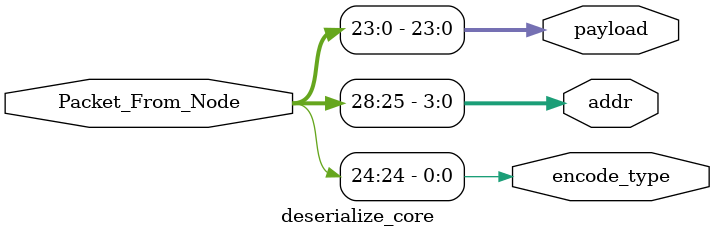
<source format=v>
module deserialize_core(input [28:0] Packet_From_Node, output encode_type, output [3:0] addr, output [23:0] payload);

	assign payload = Packet_From_Node[23:0];
	assign encode_type = Packet_From_Node[24];
	assign addr = Packet_From_Node[28:25];

endmodule

</source>
